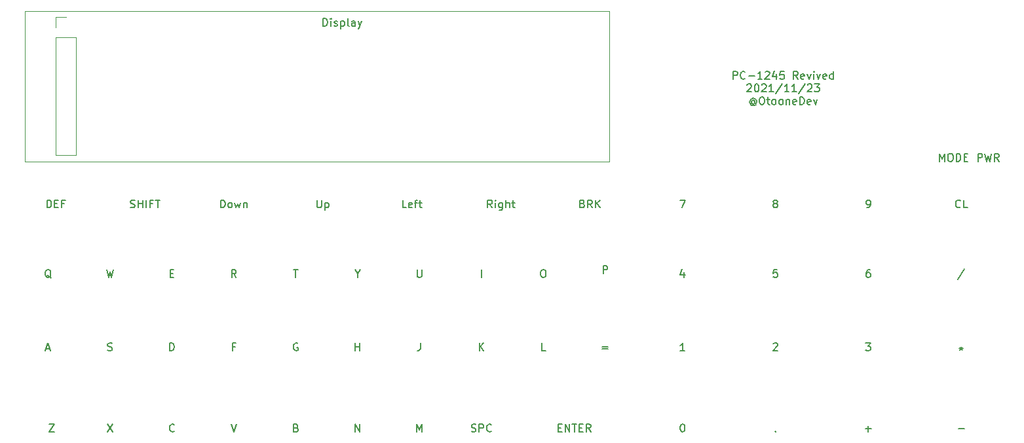
<source format=gto>
%TF.GenerationSoftware,KiCad,Pcbnew,(5.1.8)-1*%
%TF.CreationDate,2021-11-23T00:18:45+09:00*%
%TF.ProjectId,pc1245,70633132-3435-42e6-9b69-6361645f7063,rev?*%
%TF.SameCoordinates,Original*%
%TF.FileFunction,Legend,Top*%
%TF.FilePolarity,Positive*%
%FSLAX46Y46*%
G04 Gerber Fmt 4.6, Leading zero omitted, Abs format (unit mm)*
G04 Created by KiCad (PCBNEW (5.1.8)-1) date 2021-11-23 00:18:45*
%MOMM*%
%LPD*%
G01*
G04 APERTURE LIST*
%ADD10C,0.150000*%
%ADD11C,0.120000*%
G04 APERTURE END LIST*
D10*
X172023809Y-75802380D02*
X172023809Y-74802380D01*
X172404761Y-74802380D01*
X172500000Y-74850000D01*
X172547619Y-74897619D01*
X172595238Y-74992857D01*
X172595238Y-75135714D01*
X172547619Y-75230952D01*
X172500000Y-75278571D01*
X172404761Y-75326190D01*
X172023809Y-75326190D01*
X173595238Y-75707142D02*
X173547619Y-75754761D01*
X173404761Y-75802380D01*
X173309523Y-75802380D01*
X173166666Y-75754761D01*
X173071428Y-75659523D01*
X173023809Y-75564285D01*
X172976190Y-75373809D01*
X172976190Y-75230952D01*
X173023809Y-75040476D01*
X173071428Y-74945238D01*
X173166666Y-74850000D01*
X173309523Y-74802380D01*
X173404761Y-74802380D01*
X173547619Y-74850000D01*
X173595238Y-74897619D01*
X174023809Y-75421428D02*
X174785714Y-75421428D01*
X175785714Y-75802380D02*
X175214285Y-75802380D01*
X175500000Y-75802380D02*
X175500000Y-74802380D01*
X175404761Y-74945238D01*
X175309523Y-75040476D01*
X175214285Y-75088095D01*
X176166666Y-74897619D02*
X176214285Y-74850000D01*
X176309523Y-74802380D01*
X176547619Y-74802380D01*
X176642857Y-74850000D01*
X176690476Y-74897619D01*
X176738095Y-74992857D01*
X176738095Y-75088095D01*
X176690476Y-75230952D01*
X176119047Y-75802380D01*
X176738095Y-75802380D01*
X177595238Y-75135714D02*
X177595238Y-75802380D01*
X177357142Y-74754761D02*
X177119047Y-75469047D01*
X177738095Y-75469047D01*
X178595238Y-74802380D02*
X178119047Y-74802380D01*
X178071428Y-75278571D01*
X178119047Y-75230952D01*
X178214285Y-75183333D01*
X178452380Y-75183333D01*
X178547619Y-75230952D01*
X178595238Y-75278571D01*
X178642857Y-75373809D01*
X178642857Y-75611904D01*
X178595238Y-75707142D01*
X178547619Y-75754761D01*
X178452380Y-75802380D01*
X178214285Y-75802380D01*
X178119047Y-75754761D01*
X178071428Y-75707142D01*
X180404761Y-75802380D02*
X180071428Y-75326190D01*
X179833333Y-75802380D02*
X179833333Y-74802380D01*
X180214285Y-74802380D01*
X180309523Y-74850000D01*
X180357142Y-74897619D01*
X180404761Y-74992857D01*
X180404761Y-75135714D01*
X180357142Y-75230952D01*
X180309523Y-75278571D01*
X180214285Y-75326190D01*
X179833333Y-75326190D01*
X181214285Y-75754761D02*
X181119047Y-75802380D01*
X180928571Y-75802380D01*
X180833333Y-75754761D01*
X180785714Y-75659523D01*
X180785714Y-75278571D01*
X180833333Y-75183333D01*
X180928571Y-75135714D01*
X181119047Y-75135714D01*
X181214285Y-75183333D01*
X181261904Y-75278571D01*
X181261904Y-75373809D01*
X180785714Y-75469047D01*
X181595238Y-75135714D02*
X181833333Y-75802380D01*
X182071428Y-75135714D01*
X182452380Y-75802380D02*
X182452380Y-75135714D01*
X182452380Y-74802380D02*
X182404761Y-74850000D01*
X182452380Y-74897619D01*
X182500000Y-74850000D01*
X182452380Y-74802380D01*
X182452380Y-74897619D01*
X182833333Y-75135714D02*
X183071428Y-75802380D01*
X183309523Y-75135714D01*
X184071428Y-75754761D02*
X183976190Y-75802380D01*
X183785714Y-75802380D01*
X183690476Y-75754761D01*
X183642857Y-75659523D01*
X183642857Y-75278571D01*
X183690476Y-75183333D01*
X183785714Y-75135714D01*
X183976190Y-75135714D01*
X184071428Y-75183333D01*
X184119047Y-75278571D01*
X184119047Y-75373809D01*
X183642857Y-75469047D01*
X184976190Y-75802380D02*
X184976190Y-74802380D01*
X184976190Y-75754761D02*
X184880952Y-75802380D01*
X184690476Y-75802380D01*
X184595238Y-75754761D01*
X184547619Y-75707142D01*
X184500000Y-75611904D01*
X184500000Y-75326190D01*
X184547619Y-75230952D01*
X184595238Y-75183333D01*
X184690476Y-75135714D01*
X184880952Y-75135714D01*
X184976190Y-75183333D01*
X173833333Y-76547619D02*
X173880952Y-76500000D01*
X173976190Y-76452380D01*
X174214285Y-76452380D01*
X174309523Y-76500000D01*
X174357142Y-76547619D01*
X174404761Y-76642857D01*
X174404761Y-76738095D01*
X174357142Y-76880952D01*
X173785714Y-77452380D01*
X174404761Y-77452380D01*
X175023809Y-76452380D02*
X175119047Y-76452380D01*
X175214285Y-76500000D01*
X175261904Y-76547619D01*
X175309523Y-76642857D01*
X175357142Y-76833333D01*
X175357142Y-77071428D01*
X175309523Y-77261904D01*
X175261904Y-77357142D01*
X175214285Y-77404761D01*
X175119047Y-77452380D01*
X175023809Y-77452380D01*
X174928571Y-77404761D01*
X174880952Y-77357142D01*
X174833333Y-77261904D01*
X174785714Y-77071428D01*
X174785714Y-76833333D01*
X174833333Y-76642857D01*
X174880952Y-76547619D01*
X174928571Y-76500000D01*
X175023809Y-76452380D01*
X175738095Y-76547619D02*
X175785714Y-76500000D01*
X175880952Y-76452380D01*
X176119047Y-76452380D01*
X176214285Y-76500000D01*
X176261904Y-76547619D01*
X176309523Y-76642857D01*
X176309523Y-76738095D01*
X176261904Y-76880952D01*
X175690476Y-77452380D01*
X176309523Y-77452380D01*
X177261904Y-77452380D02*
X176690476Y-77452380D01*
X176976190Y-77452380D02*
X176976190Y-76452380D01*
X176880952Y-76595238D01*
X176785714Y-76690476D01*
X176690476Y-76738095D01*
X178404761Y-76404761D02*
X177547619Y-77690476D01*
X179261904Y-77452380D02*
X178690476Y-77452380D01*
X178976190Y-77452380D02*
X178976190Y-76452380D01*
X178880952Y-76595238D01*
X178785714Y-76690476D01*
X178690476Y-76738095D01*
X180214285Y-77452380D02*
X179642857Y-77452380D01*
X179928571Y-77452380D02*
X179928571Y-76452380D01*
X179833333Y-76595238D01*
X179738095Y-76690476D01*
X179642857Y-76738095D01*
X181357142Y-76404761D02*
X180500000Y-77690476D01*
X181642857Y-76547619D02*
X181690476Y-76500000D01*
X181785714Y-76452380D01*
X182023809Y-76452380D01*
X182119047Y-76500000D01*
X182166666Y-76547619D01*
X182214285Y-76642857D01*
X182214285Y-76738095D01*
X182166666Y-76880952D01*
X181595238Y-77452380D01*
X182214285Y-77452380D01*
X182547619Y-76452380D02*
X183166666Y-76452380D01*
X182833333Y-76833333D01*
X182976190Y-76833333D01*
X183071428Y-76880952D01*
X183119047Y-76928571D01*
X183166666Y-77023809D01*
X183166666Y-77261904D01*
X183119047Y-77357142D01*
X183071428Y-77404761D01*
X182976190Y-77452380D01*
X182690476Y-77452380D01*
X182595238Y-77404761D01*
X182547619Y-77357142D01*
X174809523Y-78626190D02*
X174761904Y-78578571D01*
X174666666Y-78530952D01*
X174571428Y-78530952D01*
X174476190Y-78578571D01*
X174428571Y-78626190D01*
X174380952Y-78721428D01*
X174380952Y-78816666D01*
X174428571Y-78911904D01*
X174476190Y-78959523D01*
X174571428Y-79007142D01*
X174666666Y-79007142D01*
X174761904Y-78959523D01*
X174809523Y-78911904D01*
X174809523Y-78530952D02*
X174809523Y-78911904D01*
X174857142Y-78959523D01*
X174904761Y-78959523D01*
X175000000Y-78911904D01*
X175047619Y-78816666D01*
X175047619Y-78578571D01*
X174952380Y-78435714D01*
X174809523Y-78340476D01*
X174619047Y-78292857D01*
X174428571Y-78340476D01*
X174285714Y-78435714D01*
X174190476Y-78578571D01*
X174142857Y-78769047D01*
X174190476Y-78959523D01*
X174285714Y-79102380D01*
X174428571Y-79197619D01*
X174619047Y-79245238D01*
X174809523Y-79197619D01*
X174952380Y-79102380D01*
X175666666Y-78102380D02*
X175857142Y-78102380D01*
X175952380Y-78150000D01*
X176047619Y-78245238D01*
X176095238Y-78435714D01*
X176095238Y-78769047D01*
X176047619Y-78959523D01*
X175952380Y-79054761D01*
X175857142Y-79102380D01*
X175666666Y-79102380D01*
X175571428Y-79054761D01*
X175476190Y-78959523D01*
X175428571Y-78769047D01*
X175428571Y-78435714D01*
X175476190Y-78245238D01*
X175571428Y-78150000D01*
X175666666Y-78102380D01*
X176380952Y-78435714D02*
X176761904Y-78435714D01*
X176523809Y-78102380D02*
X176523809Y-78959523D01*
X176571428Y-79054761D01*
X176666666Y-79102380D01*
X176761904Y-79102380D01*
X177238095Y-79102380D02*
X177142857Y-79054761D01*
X177095238Y-79007142D01*
X177047619Y-78911904D01*
X177047619Y-78626190D01*
X177095238Y-78530952D01*
X177142857Y-78483333D01*
X177238095Y-78435714D01*
X177380952Y-78435714D01*
X177476190Y-78483333D01*
X177523809Y-78530952D01*
X177571428Y-78626190D01*
X177571428Y-78911904D01*
X177523809Y-79007142D01*
X177476190Y-79054761D01*
X177380952Y-79102380D01*
X177238095Y-79102380D01*
X178142857Y-79102380D02*
X178047619Y-79054761D01*
X178000000Y-79007142D01*
X177952380Y-78911904D01*
X177952380Y-78626190D01*
X178000000Y-78530952D01*
X178047619Y-78483333D01*
X178142857Y-78435714D01*
X178285714Y-78435714D01*
X178380952Y-78483333D01*
X178428571Y-78530952D01*
X178476190Y-78626190D01*
X178476190Y-78911904D01*
X178428571Y-79007142D01*
X178380952Y-79054761D01*
X178285714Y-79102380D01*
X178142857Y-79102380D01*
X178904761Y-78435714D02*
X178904761Y-79102380D01*
X178904761Y-78530952D02*
X178952380Y-78483333D01*
X179047619Y-78435714D01*
X179190476Y-78435714D01*
X179285714Y-78483333D01*
X179333333Y-78578571D01*
X179333333Y-79102380D01*
X180190476Y-79054761D02*
X180095238Y-79102380D01*
X179904761Y-79102380D01*
X179809523Y-79054761D01*
X179761904Y-78959523D01*
X179761904Y-78578571D01*
X179809523Y-78483333D01*
X179904761Y-78435714D01*
X180095238Y-78435714D01*
X180190476Y-78483333D01*
X180238095Y-78578571D01*
X180238095Y-78673809D01*
X179761904Y-78769047D01*
X180666666Y-79102380D02*
X180666666Y-78102380D01*
X180904761Y-78102380D01*
X181047619Y-78150000D01*
X181142857Y-78245238D01*
X181190476Y-78340476D01*
X181238095Y-78530952D01*
X181238095Y-78673809D01*
X181190476Y-78864285D01*
X181142857Y-78959523D01*
X181047619Y-79054761D01*
X180904761Y-79102380D01*
X180666666Y-79102380D01*
X182047619Y-79054761D02*
X181952380Y-79102380D01*
X181761904Y-79102380D01*
X181666666Y-79054761D01*
X181619047Y-78959523D01*
X181619047Y-78578571D01*
X181666666Y-78483333D01*
X181761904Y-78435714D01*
X181952380Y-78435714D01*
X182047619Y-78483333D01*
X182095238Y-78578571D01*
X182095238Y-78673809D01*
X181619047Y-78769047D01*
X182428571Y-78435714D02*
X182666666Y-79102380D01*
X182904761Y-78435714D01*
D11*
X80500000Y-86500000D02*
X80500000Y-67000000D01*
X156000000Y-86500000D02*
X80500000Y-86500000D01*
X156000000Y-67000000D02*
X156000000Y-86500000D01*
X80500000Y-67000000D02*
X156000000Y-67000000D01*
%TO.C,Display*%
X84470000Y-85670000D02*
X87130000Y-85670000D01*
X84470000Y-70370000D02*
X84470000Y-85670000D01*
X87130000Y-70370000D02*
X87130000Y-85670000D01*
X84470000Y-70370000D02*
X87130000Y-70370000D01*
X84470000Y-69100000D02*
X84470000Y-67770000D01*
X84470000Y-67770000D02*
X85800000Y-67770000D01*
%TO.C,Z*%
D10*
X83666666Y-120452380D02*
X84333333Y-120452380D01*
X83666666Y-121452380D01*
X84333333Y-121452380D01*
%TO.C,A*%
X83261904Y-110666666D02*
X83738095Y-110666666D01*
X83166666Y-110952380D02*
X83500000Y-109952380D01*
X83833333Y-110952380D01*
%TO.C,Q*%
X83880952Y-101547619D02*
X83785714Y-101500000D01*
X83690476Y-101404761D01*
X83547619Y-101261904D01*
X83452380Y-101214285D01*
X83357142Y-101214285D01*
X83404761Y-101452380D02*
X83309523Y-101404761D01*
X83214285Y-101309523D01*
X83166666Y-101119047D01*
X83166666Y-100785714D01*
X83214285Y-100595238D01*
X83309523Y-100500000D01*
X83404761Y-100452380D01*
X83595238Y-100452380D01*
X83690476Y-100500000D01*
X83785714Y-100595238D01*
X83833333Y-100785714D01*
X83833333Y-101119047D01*
X83785714Y-101309523D01*
X83690476Y-101404761D01*
X83595238Y-101452380D01*
X83404761Y-101452380D01*
%TO.C,DEF*%
X83357142Y-92452380D02*
X83357142Y-91452380D01*
X83595238Y-91452380D01*
X83738095Y-91500000D01*
X83833333Y-91595238D01*
X83880952Y-91690476D01*
X83928571Y-91880952D01*
X83928571Y-92023809D01*
X83880952Y-92214285D01*
X83833333Y-92309523D01*
X83738095Y-92404761D01*
X83595238Y-92452380D01*
X83357142Y-92452380D01*
X84357142Y-91928571D02*
X84690476Y-91928571D01*
X84833333Y-92452380D02*
X84357142Y-92452380D01*
X84357142Y-91452380D01*
X84833333Y-91452380D01*
X85595238Y-91928571D02*
X85261904Y-91928571D01*
X85261904Y-92452380D02*
X85261904Y-91452380D01*
X85738095Y-91452380D01*
%TO.C,W*%
X91071428Y-100452380D02*
X91309523Y-101452380D01*
X91500000Y-100738095D01*
X91690476Y-101452380D01*
X91928571Y-100452380D01*
%TO.C,S*%
X91214285Y-110904761D02*
X91357142Y-110952380D01*
X91595238Y-110952380D01*
X91690476Y-110904761D01*
X91738095Y-110857142D01*
X91785714Y-110761904D01*
X91785714Y-110666666D01*
X91738095Y-110571428D01*
X91690476Y-110523809D01*
X91595238Y-110476190D01*
X91404761Y-110428571D01*
X91309523Y-110380952D01*
X91261904Y-110333333D01*
X91214285Y-110238095D01*
X91214285Y-110142857D01*
X91261904Y-110047619D01*
X91309523Y-110000000D01*
X91404761Y-109952380D01*
X91642857Y-109952380D01*
X91785714Y-110000000D01*
%TO.C,X*%
X91166666Y-120452380D02*
X91833333Y-121452380D01*
X91833333Y-120452380D02*
X91166666Y-121452380D01*
%TO.C,C*%
X99809523Y-121357142D02*
X99761904Y-121404761D01*
X99619047Y-121452380D01*
X99523809Y-121452380D01*
X99380952Y-121404761D01*
X99285714Y-121309523D01*
X99238095Y-121214285D01*
X99190476Y-121023809D01*
X99190476Y-120880952D01*
X99238095Y-120690476D01*
X99285714Y-120595238D01*
X99380952Y-120500000D01*
X99523809Y-120452380D01*
X99619047Y-120452380D01*
X99761904Y-120500000D01*
X99809523Y-120547619D01*
%TO.C,D*%
X99238095Y-110952380D02*
X99238095Y-109952380D01*
X99476190Y-109952380D01*
X99619047Y-110000000D01*
X99714285Y-110095238D01*
X99761904Y-110190476D01*
X99809523Y-110380952D01*
X99809523Y-110523809D01*
X99761904Y-110714285D01*
X99714285Y-110809523D01*
X99619047Y-110904761D01*
X99476190Y-110952380D01*
X99238095Y-110952380D01*
%TO.C,E*%
X99285714Y-100928571D02*
X99619047Y-100928571D01*
X99761904Y-101452380D02*
X99285714Y-101452380D01*
X99285714Y-100452380D01*
X99761904Y-100452380D01*
%TO.C,SHIFT*%
X94142857Y-92404761D02*
X94285714Y-92452380D01*
X94523809Y-92452380D01*
X94619047Y-92404761D01*
X94666666Y-92357142D01*
X94714285Y-92261904D01*
X94714285Y-92166666D01*
X94666666Y-92071428D01*
X94619047Y-92023809D01*
X94523809Y-91976190D01*
X94333333Y-91928571D01*
X94238095Y-91880952D01*
X94190476Y-91833333D01*
X94142857Y-91738095D01*
X94142857Y-91642857D01*
X94190476Y-91547619D01*
X94238095Y-91500000D01*
X94333333Y-91452380D01*
X94571428Y-91452380D01*
X94714285Y-91500000D01*
X95142857Y-92452380D02*
X95142857Y-91452380D01*
X95142857Y-91928571D02*
X95714285Y-91928571D01*
X95714285Y-92452380D02*
X95714285Y-91452380D01*
X96190476Y-92452380D02*
X96190476Y-91452380D01*
X97000000Y-91928571D02*
X96666666Y-91928571D01*
X96666666Y-92452380D02*
X96666666Y-91452380D01*
X97142857Y-91452380D01*
X97380952Y-91452380D02*
X97952380Y-91452380D01*
X97666666Y-92452380D02*
X97666666Y-91452380D01*
%TO.C,Down*%
X105809523Y-92452380D02*
X105809523Y-91452380D01*
X106047619Y-91452380D01*
X106190476Y-91500000D01*
X106285714Y-91595238D01*
X106333333Y-91690476D01*
X106380952Y-91880952D01*
X106380952Y-92023809D01*
X106333333Y-92214285D01*
X106285714Y-92309523D01*
X106190476Y-92404761D01*
X106047619Y-92452380D01*
X105809523Y-92452380D01*
X106952380Y-92452380D02*
X106857142Y-92404761D01*
X106809523Y-92357142D01*
X106761904Y-92261904D01*
X106761904Y-91976190D01*
X106809523Y-91880952D01*
X106857142Y-91833333D01*
X106952380Y-91785714D01*
X107095238Y-91785714D01*
X107190476Y-91833333D01*
X107238095Y-91880952D01*
X107285714Y-91976190D01*
X107285714Y-92261904D01*
X107238095Y-92357142D01*
X107190476Y-92404761D01*
X107095238Y-92452380D01*
X106952380Y-92452380D01*
X107619047Y-91785714D02*
X107809523Y-92452380D01*
X108000000Y-91976190D01*
X108190476Y-92452380D01*
X108380952Y-91785714D01*
X108761904Y-91785714D02*
X108761904Y-92452380D01*
X108761904Y-91880952D02*
X108809523Y-91833333D01*
X108904761Y-91785714D01*
X109047619Y-91785714D01*
X109142857Y-91833333D01*
X109190476Y-91928571D01*
X109190476Y-92452380D01*
%TO.C,R*%
X107809523Y-101452380D02*
X107476190Y-100976190D01*
X107238095Y-101452380D02*
X107238095Y-100452380D01*
X107619047Y-100452380D01*
X107714285Y-100500000D01*
X107761904Y-100547619D01*
X107809523Y-100642857D01*
X107809523Y-100785714D01*
X107761904Y-100880952D01*
X107714285Y-100928571D01*
X107619047Y-100976190D01*
X107238095Y-100976190D01*
%TO.C,F*%
X107642857Y-110428571D02*
X107309523Y-110428571D01*
X107309523Y-110952380D02*
X107309523Y-109952380D01*
X107785714Y-109952380D01*
%TO.C,V*%
X107166666Y-120452380D02*
X107500000Y-121452380D01*
X107833333Y-120452380D01*
%TO.C,B*%
X115571428Y-120928571D02*
X115714285Y-120976190D01*
X115761904Y-121023809D01*
X115809523Y-121119047D01*
X115809523Y-121261904D01*
X115761904Y-121357142D01*
X115714285Y-121404761D01*
X115619047Y-121452380D01*
X115238095Y-121452380D01*
X115238095Y-120452380D01*
X115571428Y-120452380D01*
X115666666Y-120500000D01*
X115714285Y-120547619D01*
X115761904Y-120642857D01*
X115761904Y-120738095D01*
X115714285Y-120833333D01*
X115666666Y-120880952D01*
X115571428Y-120928571D01*
X115238095Y-120928571D01*
%TO.C,G*%
X115761904Y-110000000D02*
X115666666Y-109952380D01*
X115523809Y-109952380D01*
X115380952Y-110000000D01*
X115285714Y-110095238D01*
X115238095Y-110190476D01*
X115190476Y-110380952D01*
X115190476Y-110523809D01*
X115238095Y-110714285D01*
X115285714Y-110809523D01*
X115380952Y-110904761D01*
X115523809Y-110952380D01*
X115619047Y-110952380D01*
X115761904Y-110904761D01*
X115809523Y-110857142D01*
X115809523Y-110523809D01*
X115619047Y-110523809D01*
%TO.C,T*%
X115214285Y-100452380D02*
X115785714Y-100452380D01*
X115500000Y-101452380D02*
X115500000Y-100452380D01*
%TO.C,Up*%
X118261904Y-91452380D02*
X118261904Y-92261904D01*
X118309523Y-92357142D01*
X118357142Y-92404761D01*
X118452380Y-92452380D01*
X118642857Y-92452380D01*
X118738095Y-92404761D01*
X118785714Y-92357142D01*
X118833333Y-92261904D01*
X118833333Y-91452380D01*
X119309523Y-91785714D02*
X119309523Y-92785714D01*
X119309523Y-91833333D02*
X119404761Y-91785714D01*
X119595238Y-91785714D01*
X119690476Y-91833333D01*
X119738095Y-91880952D01*
X119785714Y-91976190D01*
X119785714Y-92261904D01*
X119738095Y-92357142D01*
X119690476Y-92404761D01*
X119595238Y-92452380D01*
X119404761Y-92452380D01*
X119309523Y-92404761D01*
%TO.C,N*%
X123214285Y-121452380D02*
X123214285Y-120452380D01*
X123785714Y-121452380D01*
X123785714Y-120452380D01*
%TO.C,H*%
X123214285Y-110952380D02*
X123214285Y-109952380D01*
X123214285Y-110428571D02*
X123785714Y-110428571D01*
X123785714Y-110952380D02*
X123785714Y-109952380D01*
%TO.C,Y*%
X123500000Y-100976190D02*
X123500000Y-101452380D01*
X123166666Y-100452380D02*
X123500000Y-100976190D01*
X123833333Y-100452380D01*
%TO.C,Left*%
X129809523Y-92452380D02*
X129333333Y-92452380D01*
X129333333Y-91452380D01*
X130523809Y-92404761D02*
X130428571Y-92452380D01*
X130238095Y-92452380D01*
X130142857Y-92404761D01*
X130095238Y-92309523D01*
X130095238Y-91928571D01*
X130142857Y-91833333D01*
X130238095Y-91785714D01*
X130428571Y-91785714D01*
X130523809Y-91833333D01*
X130571428Y-91928571D01*
X130571428Y-92023809D01*
X130095238Y-92119047D01*
X130857142Y-91785714D02*
X131238095Y-91785714D01*
X131000000Y-92452380D02*
X131000000Y-91595238D01*
X131047619Y-91500000D01*
X131142857Y-91452380D01*
X131238095Y-91452380D01*
X131428571Y-91785714D02*
X131809523Y-91785714D01*
X131571428Y-91452380D02*
X131571428Y-92309523D01*
X131619047Y-92404761D01*
X131714285Y-92452380D01*
X131809523Y-92452380D01*
%TO.C,U*%
X131214285Y-100452380D02*
X131214285Y-101261904D01*
X131261904Y-101357142D01*
X131309523Y-101404761D01*
X131404761Y-101452380D01*
X131595238Y-101452380D01*
X131690476Y-101404761D01*
X131738095Y-101357142D01*
X131785714Y-101261904D01*
X131785714Y-100452380D01*
%TO.C,J*%
X131642857Y-109952380D02*
X131642857Y-110666666D01*
X131595238Y-110809523D01*
X131500000Y-110904761D01*
X131357142Y-110952380D01*
X131261904Y-110952380D01*
%TO.C,M*%
X131166666Y-121452380D02*
X131166666Y-120452380D01*
X131500000Y-121166666D01*
X131833333Y-120452380D01*
X131833333Y-121452380D01*
%TO.C,SPC*%
X138214285Y-121404761D02*
X138357142Y-121452380D01*
X138595238Y-121452380D01*
X138690476Y-121404761D01*
X138738095Y-121357142D01*
X138785714Y-121261904D01*
X138785714Y-121166666D01*
X138738095Y-121071428D01*
X138690476Y-121023809D01*
X138595238Y-120976190D01*
X138404761Y-120928571D01*
X138309523Y-120880952D01*
X138261904Y-120833333D01*
X138214285Y-120738095D01*
X138214285Y-120642857D01*
X138261904Y-120547619D01*
X138309523Y-120500000D01*
X138404761Y-120452380D01*
X138642857Y-120452380D01*
X138785714Y-120500000D01*
X139214285Y-121452380D02*
X139214285Y-120452380D01*
X139595238Y-120452380D01*
X139690476Y-120500000D01*
X139738095Y-120547619D01*
X139785714Y-120642857D01*
X139785714Y-120785714D01*
X139738095Y-120880952D01*
X139690476Y-120928571D01*
X139595238Y-120976190D01*
X139214285Y-120976190D01*
X140785714Y-121357142D02*
X140738095Y-121404761D01*
X140595238Y-121452380D01*
X140500000Y-121452380D01*
X140357142Y-121404761D01*
X140261904Y-121309523D01*
X140214285Y-121214285D01*
X140166666Y-121023809D01*
X140166666Y-120880952D01*
X140214285Y-120690476D01*
X140261904Y-120595238D01*
X140357142Y-120500000D01*
X140500000Y-120452380D01*
X140595238Y-120452380D01*
X140738095Y-120500000D01*
X140785714Y-120547619D01*
%TO.C,K*%
X139238095Y-110952380D02*
X139238095Y-109952380D01*
X139809523Y-110952380D02*
X139380952Y-110380952D01*
X139809523Y-109952380D02*
X139238095Y-110523809D01*
%TO.C,I*%
X139500000Y-101452380D02*
X139500000Y-100452380D01*
%TO.C,Right*%
X140880952Y-92452380D02*
X140547619Y-91976190D01*
X140309523Y-92452380D02*
X140309523Y-91452380D01*
X140690476Y-91452380D01*
X140785714Y-91500000D01*
X140833333Y-91547619D01*
X140880952Y-91642857D01*
X140880952Y-91785714D01*
X140833333Y-91880952D01*
X140785714Y-91928571D01*
X140690476Y-91976190D01*
X140309523Y-91976190D01*
X141309523Y-92452380D02*
X141309523Y-91785714D01*
X141309523Y-91452380D02*
X141261904Y-91500000D01*
X141309523Y-91547619D01*
X141357142Y-91500000D01*
X141309523Y-91452380D01*
X141309523Y-91547619D01*
X142214285Y-91785714D02*
X142214285Y-92595238D01*
X142166666Y-92690476D01*
X142119047Y-92738095D01*
X142023809Y-92785714D01*
X141880952Y-92785714D01*
X141785714Y-92738095D01*
X142214285Y-92404761D02*
X142119047Y-92452380D01*
X141928571Y-92452380D01*
X141833333Y-92404761D01*
X141785714Y-92357142D01*
X141738095Y-92261904D01*
X141738095Y-91976190D01*
X141785714Y-91880952D01*
X141833333Y-91833333D01*
X141928571Y-91785714D01*
X142119047Y-91785714D01*
X142214285Y-91833333D01*
X142690476Y-92452380D02*
X142690476Y-91452380D01*
X143119047Y-92452380D02*
X143119047Y-91928571D01*
X143071428Y-91833333D01*
X142976190Y-91785714D01*
X142833333Y-91785714D01*
X142738095Y-91833333D01*
X142690476Y-91880952D01*
X143452380Y-91785714D02*
X143833333Y-91785714D01*
X143595238Y-91452380D02*
X143595238Y-92309523D01*
X143642857Y-92404761D01*
X143738095Y-92452380D01*
X143833333Y-92452380D01*
%TO.C,ENTER*%
X149428571Y-120928571D02*
X149761904Y-120928571D01*
X149904761Y-121452380D02*
X149428571Y-121452380D01*
X149428571Y-120452380D01*
X149904761Y-120452380D01*
X150333333Y-121452380D02*
X150333333Y-120452380D01*
X150904761Y-121452380D01*
X150904761Y-120452380D01*
X151238095Y-120452380D02*
X151809523Y-120452380D01*
X151523809Y-121452380D02*
X151523809Y-120452380D01*
X152142857Y-120928571D02*
X152476190Y-120928571D01*
X152619047Y-121452380D02*
X152142857Y-121452380D01*
X152142857Y-120452380D01*
X152619047Y-120452380D01*
X153619047Y-121452380D02*
X153285714Y-120976190D01*
X153047619Y-121452380D02*
X153047619Y-120452380D01*
X153428571Y-120452380D01*
X153523809Y-120500000D01*
X153571428Y-120547619D01*
X153619047Y-120642857D01*
X153619047Y-120785714D01*
X153571428Y-120880952D01*
X153523809Y-120928571D01*
X153428571Y-120976190D01*
X153047619Y-120976190D01*
%TO.C,L*%
X147809523Y-110952380D02*
X147333333Y-110952380D01*
X147333333Y-109952380D01*
%TO.C,O*%
X147404761Y-100452380D02*
X147595238Y-100452380D01*
X147690476Y-100500000D01*
X147785714Y-100595238D01*
X147833333Y-100785714D01*
X147833333Y-101119047D01*
X147785714Y-101309523D01*
X147690476Y-101404761D01*
X147595238Y-101452380D01*
X147404761Y-101452380D01*
X147309523Y-101404761D01*
X147214285Y-101309523D01*
X147166666Y-101119047D01*
X147166666Y-100785714D01*
X147214285Y-100595238D01*
X147309523Y-100500000D01*
X147404761Y-100452380D01*
%TO.C,BRK*%
X152571428Y-91928571D02*
X152714285Y-91976190D01*
X152761904Y-92023809D01*
X152809523Y-92119047D01*
X152809523Y-92261904D01*
X152761904Y-92357142D01*
X152714285Y-92404761D01*
X152619047Y-92452380D01*
X152238095Y-92452380D01*
X152238095Y-91452380D01*
X152571428Y-91452380D01*
X152666666Y-91500000D01*
X152714285Y-91547619D01*
X152761904Y-91642857D01*
X152761904Y-91738095D01*
X152714285Y-91833333D01*
X152666666Y-91880952D01*
X152571428Y-91928571D01*
X152238095Y-91928571D01*
X153809523Y-92452380D02*
X153476190Y-91976190D01*
X153238095Y-92452380D02*
X153238095Y-91452380D01*
X153619047Y-91452380D01*
X153714285Y-91500000D01*
X153761904Y-91547619D01*
X153809523Y-91642857D01*
X153809523Y-91785714D01*
X153761904Y-91880952D01*
X153714285Y-91928571D01*
X153619047Y-91976190D01*
X153238095Y-91976190D01*
X154238095Y-92452380D02*
X154238095Y-91452380D01*
X154809523Y-92452380D02*
X154380952Y-91880952D01*
X154809523Y-91452380D02*
X154238095Y-92023809D01*
%TO.C,P*%
X155238095Y-100952380D02*
X155238095Y-99952380D01*
X155619047Y-99952380D01*
X155714285Y-100000000D01*
X155761904Y-100047619D01*
X155809523Y-100142857D01*
X155809523Y-100285714D01*
X155761904Y-100380952D01*
X155714285Y-100428571D01*
X155619047Y-100476190D01*
X155238095Y-100476190D01*
%TO.C,=*%
X155119047Y-110428571D02*
X155880952Y-110428571D01*
X155880952Y-110714285D02*
X155119047Y-110714285D01*
%TO.C,0*%
X165452380Y-120452380D02*
X165547619Y-120452380D01*
X165642857Y-120500000D01*
X165690476Y-120547619D01*
X165738095Y-120642857D01*
X165785714Y-120833333D01*
X165785714Y-121071428D01*
X165738095Y-121261904D01*
X165690476Y-121357142D01*
X165642857Y-121404761D01*
X165547619Y-121452380D01*
X165452380Y-121452380D01*
X165357142Y-121404761D01*
X165309523Y-121357142D01*
X165261904Y-121261904D01*
X165214285Y-121071428D01*
X165214285Y-120833333D01*
X165261904Y-120642857D01*
X165309523Y-120547619D01*
X165357142Y-120500000D01*
X165452380Y-120452380D01*
%TO.C,1*%
X165785714Y-110952380D02*
X165214285Y-110952380D01*
X165500000Y-110952380D02*
X165500000Y-109952380D01*
X165404761Y-110095238D01*
X165309523Y-110190476D01*
X165214285Y-110238095D01*
%TO.C,4*%
X165690476Y-100785714D02*
X165690476Y-101452380D01*
X165452380Y-100404761D02*
X165214285Y-101119047D01*
X165833333Y-101119047D01*
%TO.C,7*%
X165166666Y-91452380D02*
X165833333Y-91452380D01*
X165404761Y-92452380D01*
%TO.C,.*%
X177500000Y-121357142D02*
X177547619Y-121404761D01*
X177500000Y-121452380D01*
X177452380Y-121404761D01*
X177500000Y-121357142D01*
X177500000Y-121452380D01*
%TO.C,2*%
X177214285Y-110047619D02*
X177261904Y-110000000D01*
X177357142Y-109952380D01*
X177595238Y-109952380D01*
X177690476Y-110000000D01*
X177738095Y-110047619D01*
X177785714Y-110142857D01*
X177785714Y-110238095D01*
X177738095Y-110380952D01*
X177166666Y-110952380D01*
X177785714Y-110952380D01*
%TO.C,5*%
X177738095Y-100452380D02*
X177261904Y-100452380D01*
X177214285Y-100928571D01*
X177261904Y-100880952D01*
X177357142Y-100833333D01*
X177595238Y-100833333D01*
X177690476Y-100880952D01*
X177738095Y-100928571D01*
X177785714Y-101023809D01*
X177785714Y-101261904D01*
X177738095Y-101357142D01*
X177690476Y-101404761D01*
X177595238Y-101452380D01*
X177357142Y-101452380D01*
X177261904Y-101404761D01*
X177214285Y-101357142D01*
%TO.C,8*%
X177404761Y-91880952D02*
X177309523Y-91833333D01*
X177261904Y-91785714D01*
X177214285Y-91690476D01*
X177214285Y-91642857D01*
X177261904Y-91547619D01*
X177309523Y-91500000D01*
X177404761Y-91452380D01*
X177595238Y-91452380D01*
X177690476Y-91500000D01*
X177738095Y-91547619D01*
X177785714Y-91642857D01*
X177785714Y-91690476D01*
X177738095Y-91785714D01*
X177690476Y-91833333D01*
X177595238Y-91880952D01*
X177404761Y-91880952D01*
X177309523Y-91928571D01*
X177261904Y-91976190D01*
X177214285Y-92071428D01*
X177214285Y-92261904D01*
X177261904Y-92357142D01*
X177309523Y-92404761D01*
X177404761Y-92452380D01*
X177595238Y-92452380D01*
X177690476Y-92404761D01*
X177738095Y-92357142D01*
X177785714Y-92261904D01*
X177785714Y-92071428D01*
X177738095Y-91976190D01*
X177690476Y-91928571D01*
X177595238Y-91880952D01*
%TO.C,+*%
X189119047Y-121071428D02*
X189880952Y-121071428D01*
X189500000Y-121452380D02*
X189500000Y-120690476D01*
%TO.C,3*%
X189166666Y-109952380D02*
X189785714Y-109952380D01*
X189452380Y-110333333D01*
X189595238Y-110333333D01*
X189690476Y-110380952D01*
X189738095Y-110428571D01*
X189785714Y-110523809D01*
X189785714Y-110761904D01*
X189738095Y-110857142D01*
X189690476Y-110904761D01*
X189595238Y-110952380D01*
X189309523Y-110952380D01*
X189214285Y-110904761D01*
X189166666Y-110857142D01*
%TO.C,6*%
X189690476Y-100452380D02*
X189500000Y-100452380D01*
X189404761Y-100500000D01*
X189357142Y-100547619D01*
X189261904Y-100690476D01*
X189214285Y-100880952D01*
X189214285Y-101261904D01*
X189261904Y-101357142D01*
X189309523Y-101404761D01*
X189404761Y-101452380D01*
X189595238Y-101452380D01*
X189690476Y-101404761D01*
X189738095Y-101357142D01*
X189785714Y-101261904D01*
X189785714Y-101023809D01*
X189738095Y-100928571D01*
X189690476Y-100880952D01*
X189595238Y-100833333D01*
X189404761Y-100833333D01*
X189309523Y-100880952D01*
X189261904Y-100928571D01*
X189214285Y-101023809D01*
%TO.C,-*%
X201119047Y-121071428D02*
X201880952Y-121071428D01*
%TO.C,\u002A*%
X201500000Y-110452380D02*
X201500000Y-110690476D01*
X201261904Y-110595238D02*
X201500000Y-110690476D01*
X201738095Y-110595238D01*
X201357142Y-110880952D02*
X201500000Y-110690476D01*
X201642857Y-110880952D01*
%TO.C,/*%
X201928571Y-100404761D02*
X201071428Y-101690476D01*
%TO.C,CL*%
X201404761Y-92357142D02*
X201357142Y-92404761D01*
X201214285Y-92452380D01*
X201119047Y-92452380D01*
X200976190Y-92404761D01*
X200880952Y-92309523D01*
X200833333Y-92214285D01*
X200785714Y-92023809D01*
X200785714Y-91880952D01*
X200833333Y-91690476D01*
X200880952Y-91595238D01*
X200976190Y-91500000D01*
X201119047Y-91452380D01*
X201214285Y-91452380D01*
X201357142Y-91500000D01*
X201404761Y-91547619D01*
X202309523Y-92452380D02*
X201833333Y-92452380D01*
X201833333Y-91452380D01*
%TO.C,9*%
X189309523Y-92452380D02*
X189500000Y-92452380D01*
X189595238Y-92404761D01*
X189642857Y-92357142D01*
X189738095Y-92214285D01*
X189785714Y-92023809D01*
X189785714Y-91642857D01*
X189738095Y-91547619D01*
X189690476Y-91500000D01*
X189595238Y-91452380D01*
X189404761Y-91452380D01*
X189309523Y-91500000D01*
X189261904Y-91547619D01*
X189214285Y-91642857D01*
X189214285Y-91880952D01*
X189261904Y-91976190D01*
X189309523Y-92023809D01*
X189404761Y-92071428D01*
X189595238Y-92071428D01*
X189690476Y-92023809D01*
X189738095Y-91976190D01*
X189785714Y-91880952D01*
%TO.C,MODE*%
X198690476Y-86452380D02*
X198690476Y-85452380D01*
X199023809Y-86166666D01*
X199357142Y-85452380D01*
X199357142Y-86452380D01*
X200023809Y-85452380D02*
X200214285Y-85452380D01*
X200309523Y-85500000D01*
X200404761Y-85595238D01*
X200452380Y-85785714D01*
X200452380Y-86119047D01*
X200404761Y-86309523D01*
X200309523Y-86404761D01*
X200214285Y-86452380D01*
X200023809Y-86452380D01*
X199928571Y-86404761D01*
X199833333Y-86309523D01*
X199785714Y-86119047D01*
X199785714Y-85785714D01*
X199833333Y-85595238D01*
X199928571Y-85500000D01*
X200023809Y-85452380D01*
X200880952Y-86452380D02*
X200880952Y-85452380D01*
X201119047Y-85452380D01*
X201261904Y-85500000D01*
X201357142Y-85595238D01*
X201404761Y-85690476D01*
X201452380Y-85880952D01*
X201452380Y-86023809D01*
X201404761Y-86214285D01*
X201357142Y-86309523D01*
X201261904Y-86404761D01*
X201119047Y-86452380D01*
X200880952Y-86452380D01*
X201880952Y-85928571D02*
X202214285Y-85928571D01*
X202357142Y-86452380D02*
X201880952Y-86452380D01*
X201880952Y-85452380D01*
X202357142Y-85452380D01*
%TO.C,PWR*%
X203666666Y-86452380D02*
X203666666Y-85452380D01*
X204047619Y-85452380D01*
X204142857Y-85500000D01*
X204190476Y-85547619D01*
X204238095Y-85642857D01*
X204238095Y-85785714D01*
X204190476Y-85880952D01*
X204142857Y-85928571D01*
X204047619Y-85976190D01*
X203666666Y-85976190D01*
X204571428Y-85452380D02*
X204809523Y-86452380D01*
X205000000Y-85738095D01*
X205190476Y-86452380D01*
X205428571Y-85452380D01*
X206380952Y-86452380D02*
X206047619Y-85976190D01*
X205809523Y-86452380D02*
X205809523Y-85452380D01*
X206190476Y-85452380D01*
X206285714Y-85500000D01*
X206333333Y-85547619D01*
X206380952Y-85642857D01*
X206380952Y-85785714D01*
X206333333Y-85880952D01*
X206285714Y-85928571D01*
X206190476Y-85976190D01*
X205809523Y-85976190D01*
%TO.C,Display*%
X119047619Y-68952380D02*
X119047619Y-67952380D01*
X119285714Y-67952380D01*
X119428571Y-68000000D01*
X119523809Y-68095238D01*
X119571428Y-68190476D01*
X119619047Y-68380952D01*
X119619047Y-68523809D01*
X119571428Y-68714285D01*
X119523809Y-68809523D01*
X119428571Y-68904761D01*
X119285714Y-68952380D01*
X119047619Y-68952380D01*
X120047619Y-68952380D02*
X120047619Y-68285714D01*
X120047619Y-67952380D02*
X120000000Y-68000000D01*
X120047619Y-68047619D01*
X120095238Y-68000000D01*
X120047619Y-67952380D01*
X120047619Y-68047619D01*
X120476190Y-68904761D02*
X120571428Y-68952380D01*
X120761904Y-68952380D01*
X120857142Y-68904761D01*
X120904761Y-68809523D01*
X120904761Y-68761904D01*
X120857142Y-68666666D01*
X120761904Y-68619047D01*
X120619047Y-68619047D01*
X120523809Y-68571428D01*
X120476190Y-68476190D01*
X120476190Y-68428571D01*
X120523809Y-68333333D01*
X120619047Y-68285714D01*
X120761904Y-68285714D01*
X120857142Y-68333333D01*
X121333333Y-68285714D02*
X121333333Y-69285714D01*
X121333333Y-68333333D02*
X121428571Y-68285714D01*
X121619047Y-68285714D01*
X121714285Y-68333333D01*
X121761904Y-68380952D01*
X121809523Y-68476190D01*
X121809523Y-68761904D01*
X121761904Y-68857142D01*
X121714285Y-68904761D01*
X121619047Y-68952380D01*
X121428571Y-68952380D01*
X121333333Y-68904761D01*
X122380952Y-68952380D02*
X122285714Y-68904761D01*
X122238095Y-68809523D01*
X122238095Y-67952380D01*
X123190476Y-68952380D02*
X123190476Y-68428571D01*
X123142857Y-68333333D01*
X123047619Y-68285714D01*
X122857142Y-68285714D01*
X122761904Y-68333333D01*
X123190476Y-68904761D02*
X123095238Y-68952380D01*
X122857142Y-68952380D01*
X122761904Y-68904761D01*
X122714285Y-68809523D01*
X122714285Y-68714285D01*
X122761904Y-68619047D01*
X122857142Y-68571428D01*
X123095238Y-68571428D01*
X123190476Y-68523809D01*
X123571428Y-68285714D02*
X123809523Y-68952380D01*
X124047619Y-68285714D02*
X123809523Y-68952380D01*
X123714285Y-69190476D01*
X123666666Y-69238095D01*
X123571428Y-69285714D01*
%TD*%
M02*

</source>
